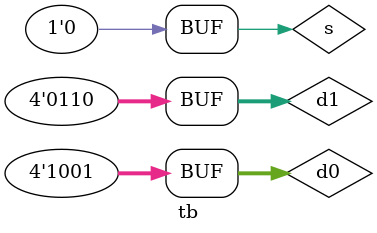
<source format=sv>
module tb();
  logic [3:0]d0, d1;
  logic s;
  logic [3:0]y;

  // instantiate device to be tested
  mux2 dut(d0, d1, s, y);

  // generate input sequence
  initial
    begin
      d0 = 4'b1001; d1 = 4'b0110; s = 1; 
      #10;
      d0 = 4'b1001; d1 = 4'b0110; s = 0; 
      #10;
  end
endmodule

</source>
